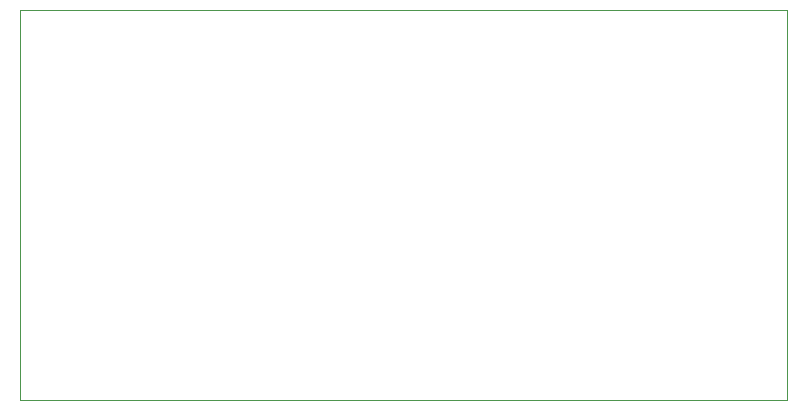
<source format=gbr>
%TF.GenerationSoftware,KiCad,Pcbnew,8.0.4+dfsg-1*%
%TF.CreationDate,2025-03-03T18:40:41+01:00*%
%TF.ProjectId,nixie-clock-psu,6e697869-652d-4636-9c6f-636b2d707375,rev?*%
%TF.SameCoordinates,Original*%
%TF.FileFunction,Profile,NP*%
%FSLAX46Y46*%
G04 Gerber Fmt 4.6, Leading zero omitted, Abs format (unit mm)*
G04 Created by KiCad (PCBNEW 8.0.4+dfsg-1) date 2025-03-03 18:40:41*
%MOMM*%
%LPD*%
G01*
G04 APERTURE LIST*
%TA.AperFunction,Profile*%
%ADD10C,0.050000*%
%TD*%
G04 APERTURE END LIST*
D10*
X146000000Y-120000000D02*
X211000000Y-120000000D01*
X211000000Y-120000000D02*
X211000000Y-87000000D01*
X146000000Y-87000000D02*
X146000000Y-120000000D01*
X211000000Y-87000000D02*
X146000000Y-87000000D01*
M02*

</source>
